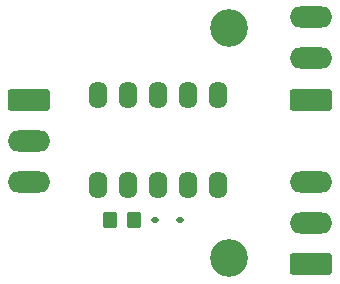
<source format=gbr>
%TF.GenerationSoftware,KiCad,Pcbnew,8.0.2*%
%TF.CreationDate,2024-07-29T23:59:12+02:00*%
%TF.ProjectId,latchingRelay,6c617463-6869-46e6-9752-656c61792e6b,rev?*%
%TF.SameCoordinates,Original*%
%TF.FileFunction,Soldermask,Top*%
%TF.FilePolarity,Negative*%
%FSLAX46Y46*%
G04 Gerber Fmt 4.6, Leading zero omitted, Abs format (unit mm)*
G04 Created by KiCad (PCBNEW 8.0.2) date 2024-07-29 23:59:12*
%MOMM*%
%LPD*%
G01*
G04 APERTURE LIST*
G04 Aperture macros list*
%AMRoundRect*
0 Rectangle with rounded corners*
0 $1 Rounding radius*
0 $2 $3 $4 $5 $6 $7 $8 $9 X,Y pos of 4 corners*
0 Add a 4 corners polygon primitive as box body*
4,1,4,$2,$3,$4,$5,$6,$7,$8,$9,$2,$3,0*
0 Add four circle primitives for the rounded corners*
1,1,$1+$1,$2,$3*
1,1,$1+$1,$4,$5*
1,1,$1+$1,$6,$7*
1,1,$1+$1,$8,$9*
0 Add four rect primitives between the rounded corners*
20,1,$1+$1,$2,$3,$4,$5,0*
20,1,$1+$1,$4,$5,$6,$7,0*
20,1,$1+$1,$6,$7,$8,$9,0*
20,1,$1+$1,$8,$9,$2,$3,0*%
G04 Aperture macros list end*
%ADD10C,3.200000*%
%ADD11RoundRect,0.250000X1.550000X-0.650000X1.550000X0.650000X-1.550000X0.650000X-1.550000X-0.650000X0*%
%ADD12O,3.600000X1.800000*%
%ADD13RoundRect,0.250000X0.350000X0.450000X-0.350000X0.450000X-0.350000X-0.450000X0.350000X-0.450000X0*%
%ADD14RoundRect,0.112500X0.187500X0.112500X-0.187500X0.112500X-0.187500X-0.112500X0.187500X-0.112500X0*%
%ADD15RoundRect,0.250000X-1.550000X0.650000X-1.550000X-0.650000X1.550000X-0.650000X1.550000X0.650000X0*%
%ADD16O,1.600000X2.300000*%
G04 APERTURE END LIST*
D10*
%TO.C,REF\u002A\u002A*%
X152000000Y-98500000D03*
%TD*%
D11*
%TO.C,J102*%
X159000000Y-99000000D03*
D12*
X159000000Y-95500000D03*
X159000000Y-92000000D03*
%TD*%
D13*
%TO.C,R101*%
X144002000Y-95250000D03*
X142002000Y-95250000D03*
%TD*%
D14*
%TO.C,D101*%
X147862000Y-95250000D03*
X145762000Y-95250000D03*
%TD*%
D11*
%TO.C,J103*%
X159000000Y-85055000D03*
D12*
X159000000Y-81555000D03*
X159000000Y-78055000D03*
%TD*%
D15*
%TO.C,J101*%
X135139500Y-85074000D03*
D12*
X135139500Y-88574000D03*
X135139500Y-92074000D03*
%TD*%
D16*
%TO.C,K101*%
X140925000Y-92325000D03*
X143465000Y-92325000D03*
X146005000Y-92325000D03*
X148545000Y-92325000D03*
X151085000Y-92325000D03*
X151085000Y-84705000D03*
X148545000Y-84705000D03*
X146005000Y-84705000D03*
X143465000Y-84705000D03*
X140925000Y-84705000D03*
%TD*%
D10*
%TO.C,REF\u002A\u002A*%
X152000000Y-79000000D03*
%TD*%
M02*

</source>
